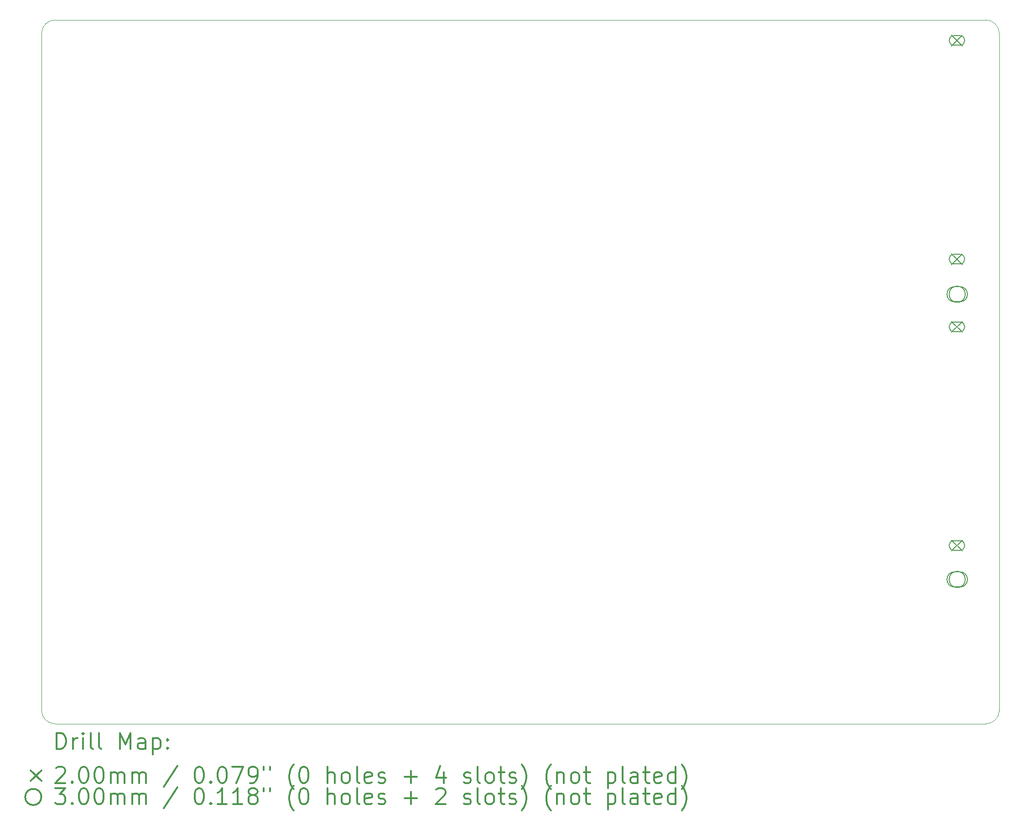
<source format=gbr>
%FSLAX45Y45*%
G04 Gerber Fmt 4.5, Leading zero omitted, Abs format (unit mm)*
G04 Created by KiCad (PCBNEW (5.1.2-1)-1) date 2022-12-12 22:43:06*
%MOMM*%
%LPD*%
G04 APERTURE LIST*
%ADD10C,0.050000*%
%ADD11C,0.200000*%
%ADD12C,0.300000*%
G04 APERTURE END LIST*
D10*
X19050000Y-14097000D02*
G75*
G02X18796000Y-14351000I-254000J0D01*
G01*
X18796000Y-1270000D02*
G75*
G02X19050000Y-1524000I0J-254000D01*
G01*
X1270000Y-1524000D02*
G75*
G02X1524000Y-1270000I254000J0D01*
G01*
X1524000Y-14351000D02*
G75*
G02X1270000Y-14097000I0J254000D01*
G01*
X18796000Y-1270000D02*
X1524000Y-1270000D01*
X19050000Y-14097000D02*
X19050000Y-1524000D01*
X1524000Y-14351000D02*
X18796000Y-14351000D01*
X1270000Y-1524000D02*
X1270000Y-14097000D01*
D11*
X18162600Y-1551000D02*
X18362600Y-1751000D01*
X18362600Y-1551000D02*
X18162600Y-1751000D01*
X18207600Y-1741000D02*
X18317600Y-1741000D01*
X18207600Y-1561000D02*
X18317600Y-1561000D01*
X18317600Y-1741000D02*
G75*
G03X18317600Y-1561000I0J90000D01*
G01*
X18207600Y-1561000D02*
G75*
G03X18207600Y-1741000I0J-90000D01*
G01*
X18162600Y-5615000D02*
X18362600Y-5815000D01*
X18362600Y-5615000D02*
X18162600Y-5815000D01*
X18207600Y-5805000D02*
X18317600Y-5805000D01*
X18207600Y-5625000D02*
X18317600Y-5625000D01*
X18317600Y-5805000D02*
G75*
G03X18317600Y-5625000I0J90000D01*
G01*
X18207600Y-5625000D02*
G75*
G03X18207600Y-5805000I0J-90000D01*
G01*
X18162600Y-6872300D02*
X18362600Y-7072300D01*
X18362600Y-6872300D02*
X18162600Y-7072300D01*
X18207600Y-7062300D02*
X18317600Y-7062300D01*
X18207600Y-6882300D02*
X18317600Y-6882300D01*
X18317600Y-7062300D02*
G75*
G03X18317600Y-6882300I0J90000D01*
G01*
X18207600Y-6882300D02*
G75*
G03X18207600Y-7062300I0J-90000D01*
G01*
X18162600Y-10936300D02*
X18362600Y-11136300D01*
X18362600Y-10936300D02*
X18162600Y-11136300D01*
X18207600Y-11126300D02*
X18317600Y-11126300D01*
X18207600Y-10946300D02*
X18317600Y-10946300D01*
X18317600Y-11126300D02*
G75*
G03X18317600Y-10946300I0J90000D01*
G01*
X18207600Y-10946300D02*
G75*
G03X18207600Y-11126300I0J-90000D01*
G01*
X18417934Y-6367018D02*
G75*
G03X18417934Y-6367018I-150000J0D01*
G01*
X18217934Y-6507018D02*
X18317934Y-6507018D01*
X18217934Y-6227018D02*
X18317934Y-6227018D01*
X18317934Y-6507018D02*
G75*
G03X18317934Y-6227018I0J140000D01*
G01*
X18217934Y-6227018D02*
G75*
G03X18217934Y-6507018I0J-140000D01*
G01*
X18417934Y-11666982D02*
G75*
G03X18417934Y-11666982I-150000J0D01*
G01*
X18217934Y-11806982D02*
X18317934Y-11806982D01*
X18217934Y-11526982D02*
X18317934Y-11526982D01*
X18317934Y-11806982D02*
G75*
G03X18317934Y-11526982I0J140000D01*
G01*
X18217934Y-11526982D02*
G75*
G03X18217934Y-11806982I0J-140000D01*
G01*
D12*
X1553928Y-14819214D02*
X1553928Y-14519214D01*
X1625357Y-14519214D01*
X1668214Y-14533500D01*
X1696786Y-14562071D01*
X1711071Y-14590643D01*
X1725357Y-14647786D01*
X1725357Y-14690643D01*
X1711071Y-14747786D01*
X1696786Y-14776357D01*
X1668214Y-14804929D01*
X1625357Y-14819214D01*
X1553928Y-14819214D01*
X1853928Y-14819214D02*
X1853928Y-14619214D01*
X1853928Y-14676357D02*
X1868214Y-14647786D01*
X1882500Y-14633500D01*
X1911071Y-14619214D01*
X1939643Y-14619214D01*
X2039643Y-14819214D02*
X2039643Y-14619214D01*
X2039643Y-14519214D02*
X2025357Y-14533500D01*
X2039643Y-14547786D01*
X2053928Y-14533500D01*
X2039643Y-14519214D01*
X2039643Y-14547786D01*
X2225357Y-14819214D02*
X2196786Y-14804929D01*
X2182500Y-14776357D01*
X2182500Y-14519214D01*
X2382500Y-14819214D02*
X2353928Y-14804929D01*
X2339643Y-14776357D01*
X2339643Y-14519214D01*
X2725357Y-14819214D02*
X2725357Y-14519214D01*
X2825357Y-14733500D01*
X2925357Y-14519214D01*
X2925357Y-14819214D01*
X3196786Y-14819214D02*
X3196786Y-14662071D01*
X3182500Y-14633500D01*
X3153928Y-14619214D01*
X3096786Y-14619214D01*
X3068214Y-14633500D01*
X3196786Y-14804929D02*
X3168214Y-14819214D01*
X3096786Y-14819214D01*
X3068214Y-14804929D01*
X3053928Y-14776357D01*
X3053928Y-14747786D01*
X3068214Y-14719214D01*
X3096786Y-14704929D01*
X3168214Y-14704929D01*
X3196786Y-14690643D01*
X3339643Y-14619214D02*
X3339643Y-14919214D01*
X3339643Y-14633500D02*
X3368214Y-14619214D01*
X3425357Y-14619214D01*
X3453928Y-14633500D01*
X3468214Y-14647786D01*
X3482500Y-14676357D01*
X3482500Y-14762071D01*
X3468214Y-14790643D01*
X3453928Y-14804929D01*
X3425357Y-14819214D01*
X3368214Y-14819214D01*
X3339643Y-14804929D01*
X3611071Y-14790643D02*
X3625357Y-14804929D01*
X3611071Y-14819214D01*
X3596786Y-14804929D01*
X3611071Y-14790643D01*
X3611071Y-14819214D01*
X3611071Y-14633500D02*
X3625357Y-14647786D01*
X3611071Y-14662071D01*
X3596786Y-14647786D01*
X3611071Y-14633500D01*
X3611071Y-14662071D01*
X1067500Y-15213500D02*
X1267500Y-15413500D01*
X1267500Y-15213500D02*
X1067500Y-15413500D01*
X1539643Y-15177786D02*
X1553928Y-15163500D01*
X1582500Y-15149214D01*
X1653928Y-15149214D01*
X1682500Y-15163500D01*
X1696786Y-15177786D01*
X1711071Y-15206357D01*
X1711071Y-15234929D01*
X1696786Y-15277786D01*
X1525357Y-15449214D01*
X1711071Y-15449214D01*
X1839643Y-15420643D02*
X1853928Y-15434929D01*
X1839643Y-15449214D01*
X1825357Y-15434929D01*
X1839643Y-15420643D01*
X1839643Y-15449214D01*
X2039643Y-15149214D02*
X2068214Y-15149214D01*
X2096786Y-15163500D01*
X2111071Y-15177786D01*
X2125357Y-15206357D01*
X2139643Y-15263500D01*
X2139643Y-15334929D01*
X2125357Y-15392071D01*
X2111071Y-15420643D01*
X2096786Y-15434929D01*
X2068214Y-15449214D01*
X2039643Y-15449214D01*
X2011071Y-15434929D01*
X1996786Y-15420643D01*
X1982500Y-15392071D01*
X1968214Y-15334929D01*
X1968214Y-15263500D01*
X1982500Y-15206357D01*
X1996786Y-15177786D01*
X2011071Y-15163500D01*
X2039643Y-15149214D01*
X2325357Y-15149214D02*
X2353928Y-15149214D01*
X2382500Y-15163500D01*
X2396786Y-15177786D01*
X2411071Y-15206357D01*
X2425357Y-15263500D01*
X2425357Y-15334929D01*
X2411071Y-15392071D01*
X2396786Y-15420643D01*
X2382500Y-15434929D01*
X2353928Y-15449214D01*
X2325357Y-15449214D01*
X2296786Y-15434929D01*
X2282500Y-15420643D01*
X2268214Y-15392071D01*
X2253928Y-15334929D01*
X2253928Y-15263500D01*
X2268214Y-15206357D01*
X2282500Y-15177786D01*
X2296786Y-15163500D01*
X2325357Y-15149214D01*
X2553928Y-15449214D02*
X2553928Y-15249214D01*
X2553928Y-15277786D02*
X2568214Y-15263500D01*
X2596786Y-15249214D01*
X2639643Y-15249214D01*
X2668214Y-15263500D01*
X2682500Y-15292071D01*
X2682500Y-15449214D01*
X2682500Y-15292071D02*
X2696786Y-15263500D01*
X2725357Y-15249214D01*
X2768214Y-15249214D01*
X2796786Y-15263500D01*
X2811071Y-15292071D01*
X2811071Y-15449214D01*
X2953928Y-15449214D02*
X2953928Y-15249214D01*
X2953928Y-15277786D02*
X2968214Y-15263500D01*
X2996786Y-15249214D01*
X3039643Y-15249214D01*
X3068214Y-15263500D01*
X3082500Y-15292071D01*
X3082500Y-15449214D01*
X3082500Y-15292071D02*
X3096786Y-15263500D01*
X3125357Y-15249214D01*
X3168214Y-15249214D01*
X3196786Y-15263500D01*
X3211071Y-15292071D01*
X3211071Y-15449214D01*
X3796786Y-15134929D02*
X3539643Y-15520643D01*
X4182500Y-15149214D02*
X4211071Y-15149214D01*
X4239643Y-15163500D01*
X4253928Y-15177786D01*
X4268214Y-15206357D01*
X4282500Y-15263500D01*
X4282500Y-15334929D01*
X4268214Y-15392071D01*
X4253928Y-15420643D01*
X4239643Y-15434929D01*
X4211071Y-15449214D01*
X4182500Y-15449214D01*
X4153928Y-15434929D01*
X4139643Y-15420643D01*
X4125357Y-15392071D01*
X4111071Y-15334929D01*
X4111071Y-15263500D01*
X4125357Y-15206357D01*
X4139643Y-15177786D01*
X4153928Y-15163500D01*
X4182500Y-15149214D01*
X4411071Y-15420643D02*
X4425357Y-15434929D01*
X4411071Y-15449214D01*
X4396786Y-15434929D01*
X4411071Y-15420643D01*
X4411071Y-15449214D01*
X4611071Y-15149214D02*
X4639643Y-15149214D01*
X4668214Y-15163500D01*
X4682500Y-15177786D01*
X4696786Y-15206357D01*
X4711071Y-15263500D01*
X4711071Y-15334929D01*
X4696786Y-15392071D01*
X4682500Y-15420643D01*
X4668214Y-15434929D01*
X4639643Y-15449214D01*
X4611071Y-15449214D01*
X4582500Y-15434929D01*
X4568214Y-15420643D01*
X4553928Y-15392071D01*
X4539643Y-15334929D01*
X4539643Y-15263500D01*
X4553928Y-15206357D01*
X4568214Y-15177786D01*
X4582500Y-15163500D01*
X4611071Y-15149214D01*
X4811071Y-15149214D02*
X5011071Y-15149214D01*
X4882500Y-15449214D01*
X5139643Y-15449214D02*
X5196786Y-15449214D01*
X5225357Y-15434929D01*
X5239643Y-15420643D01*
X5268214Y-15377786D01*
X5282500Y-15320643D01*
X5282500Y-15206357D01*
X5268214Y-15177786D01*
X5253928Y-15163500D01*
X5225357Y-15149214D01*
X5168214Y-15149214D01*
X5139643Y-15163500D01*
X5125357Y-15177786D01*
X5111071Y-15206357D01*
X5111071Y-15277786D01*
X5125357Y-15306357D01*
X5139643Y-15320643D01*
X5168214Y-15334929D01*
X5225357Y-15334929D01*
X5253928Y-15320643D01*
X5268214Y-15306357D01*
X5282500Y-15277786D01*
X5396786Y-15149214D02*
X5396786Y-15206357D01*
X5511071Y-15149214D02*
X5511071Y-15206357D01*
X5953928Y-15563500D02*
X5939643Y-15549214D01*
X5911071Y-15506357D01*
X5896786Y-15477786D01*
X5882500Y-15434929D01*
X5868214Y-15363500D01*
X5868214Y-15306357D01*
X5882500Y-15234929D01*
X5896786Y-15192071D01*
X5911071Y-15163500D01*
X5939643Y-15120643D01*
X5953928Y-15106357D01*
X6125357Y-15149214D02*
X6153928Y-15149214D01*
X6182500Y-15163500D01*
X6196786Y-15177786D01*
X6211071Y-15206357D01*
X6225357Y-15263500D01*
X6225357Y-15334929D01*
X6211071Y-15392071D01*
X6196786Y-15420643D01*
X6182500Y-15434929D01*
X6153928Y-15449214D01*
X6125357Y-15449214D01*
X6096786Y-15434929D01*
X6082500Y-15420643D01*
X6068214Y-15392071D01*
X6053928Y-15334929D01*
X6053928Y-15263500D01*
X6068214Y-15206357D01*
X6082500Y-15177786D01*
X6096786Y-15163500D01*
X6125357Y-15149214D01*
X6582500Y-15449214D02*
X6582500Y-15149214D01*
X6711071Y-15449214D02*
X6711071Y-15292071D01*
X6696786Y-15263500D01*
X6668214Y-15249214D01*
X6625357Y-15249214D01*
X6596786Y-15263500D01*
X6582500Y-15277786D01*
X6896786Y-15449214D02*
X6868214Y-15434929D01*
X6853928Y-15420643D01*
X6839643Y-15392071D01*
X6839643Y-15306357D01*
X6853928Y-15277786D01*
X6868214Y-15263500D01*
X6896786Y-15249214D01*
X6939643Y-15249214D01*
X6968214Y-15263500D01*
X6982500Y-15277786D01*
X6996786Y-15306357D01*
X6996786Y-15392071D01*
X6982500Y-15420643D01*
X6968214Y-15434929D01*
X6939643Y-15449214D01*
X6896786Y-15449214D01*
X7168214Y-15449214D02*
X7139643Y-15434929D01*
X7125357Y-15406357D01*
X7125357Y-15149214D01*
X7396786Y-15434929D02*
X7368214Y-15449214D01*
X7311071Y-15449214D01*
X7282500Y-15434929D01*
X7268214Y-15406357D01*
X7268214Y-15292071D01*
X7282500Y-15263500D01*
X7311071Y-15249214D01*
X7368214Y-15249214D01*
X7396786Y-15263500D01*
X7411071Y-15292071D01*
X7411071Y-15320643D01*
X7268214Y-15349214D01*
X7525357Y-15434929D02*
X7553928Y-15449214D01*
X7611071Y-15449214D01*
X7639643Y-15434929D01*
X7653928Y-15406357D01*
X7653928Y-15392071D01*
X7639643Y-15363500D01*
X7611071Y-15349214D01*
X7568214Y-15349214D01*
X7539643Y-15334929D01*
X7525357Y-15306357D01*
X7525357Y-15292071D01*
X7539643Y-15263500D01*
X7568214Y-15249214D01*
X7611071Y-15249214D01*
X7639643Y-15263500D01*
X8011071Y-15334929D02*
X8239643Y-15334929D01*
X8125357Y-15449214D02*
X8125357Y-15220643D01*
X8739643Y-15249214D02*
X8739643Y-15449214D01*
X8668214Y-15134929D02*
X8596786Y-15349214D01*
X8782500Y-15349214D01*
X9111071Y-15434929D02*
X9139643Y-15449214D01*
X9196786Y-15449214D01*
X9225357Y-15434929D01*
X9239643Y-15406357D01*
X9239643Y-15392071D01*
X9225357Y-15363500D01*
X9196786Y-15349214D01*
X9153928Y-15349214D01*
X9125357Y-15334929D01*
X9111071Y-15306357D01*
X9111071Y-15292071D01*
X9125357Y-15263500D01*
X9153928Y-15249214D01*
X9196786Y-15249214D01*
X9225357Y-15263500D01*
X9411071Y-15449214D02*
X9382500Y-15434929D01*
X9368214Y-15406357D01*
X9368214Y-15149214D01*
X9568214Y-15449214D02*
X9539643Y-15434929D01*
X9525357Y-15420643D01*
X9511071Y-15392071D01*
X9511071Y-15306357D01*
X9525357Y-15277786D01*
X9539643Y-15263500D01*
X9568214Y-15249214D01*
X9611071Y-15249214D01*
X9639643Y-15263500D01*
X9653928Y-15277786D01*
X9668214Y-15306357D01*
X9668214Y-15392071D01*
X9653928Y-15420643D01*
X9639643Y-15434929D01*
X9611071Y-15449214D01*
X9568214Y-15449214D01*
X9753928Y-15249214D02*
X9868214Y-15249214D01*
X9796786Y-15149214D02*
X9796786Y-15406357D01*
X9811071Y-15434929D01*
X9839643Y-15449214D01*
X9868214Y-15449214D01*
X9953928Y-15434929D02*
X9982500Y-15449214D01*
X10039643Y-15449214D01*
X10068214Y-15434929D01*
X10082500Y-15406357D01*
X10082500Y-15392071D01*
X10068214Y-15363500D01*
X10039643Y-15349214D01*
X9996786Y-15349214D01*
X9968214Y-15334929D01*
X9953928Y-15306357D01*
X9953928Y-15292071D01*
X9968214Y-15263500D01*
X9996786Y-15249214D01*
X10039643Y-15249214D01*
X10068214Y-15263500D01*
X10182500Y-15563500D02*
X10196786Y-15549214D01*
X10225357Y-15506357D01*
X10239643Y-15477786D01*
X10253928Y-15434929D01*
X10268214Y-15363500D01*
X10268214Y-15306357D01*
X10253928Y-15234929D01*
X10239643Y-15192071D01*
X10225357Y-15163500D01*
X10196786Y-15120643D01*
X10182500Y-15106357D01*
X10725357Y-15563500D02*
X10711071Y-15549214D01*
X10682500Y-15506357D01*
X10668214Y-15477786D01*
X10653928Y-15434929D01*
X10639643Y-15363500D01*
X10639643Y-15306357D01*
X10653928Y-15234929D01*
X10668214Y-15192071D01*
X10682500Y-15163500D01*
X10711071Y-15120643D01*
X10725357Y-15106357D01*
X10839643Y-15249214D02*
X10839643Y-15449214D01*
X10839643Y-15277786D02*
X10853928Y-15263500D01*
X10882500Y-15249214D01*
X10925357Y-15249214D01*
X10953928Y-15263500D01*
X10968214Y-15292071D01*
X10968214Y-15449214D01*
X11153928Y-15449214D02*
X11125357Y-15434929D01*
X11111071Y-15420643D01*
X11096786Y-15392071D01*
X11096786Y-15306357D01*
X11111071Y-15277786D01*
X11125357Y-15263500D01*
X11153928Y-15249214D01*
X11196786Y-15249214D01*
X11225357Y-15263500D01*
X11239643Y-15277786D01*
X11253928Y-15306357D01*
X11253928Y-15392071D01*
X11239643Y-15420643D01*
X11225357Y-15434929D01*
X11196786Y-15449214D01*
X11153928Y-15449214D01*
X11339643Y-15249214D02*
X11453928Y-15249214D01*
X11382500Y-15149214D02*
X11382500Y-15406357D01*
X11396786Y-15434929D01*
X11425357Y-15449214D01*
X11453928Y-15449214D01*
X11782500Y-15249214D02*
X11782500Y-15549214D01*
X11782500Y-15263500D02*
X11811071Y-15249214D01*
X11868214Y-15249214D01*
X11896786Y-15263500D01*
X11911071Y-15277786D01*
X11925357Y-15306357D01*
X11925357Y-15392071D01*
X11911071Y-15420643D01*
X11896786Y-15434929D01*
X11868214Y-15449214D01*
X11811071Y-15449214D01*
X11782500Y-15434929D01*
X12096786Y-15449214D02*
X12068214Y-15434929D01*
X12053928Y-15406357D01*
X12053928Y-15149214D01*
X12339643Y-15449214D02*
X12339643Y-15292071D01*
X12325357Y-15263500D01*
X12296786Y-15249214D01*
X12239643Y-15249214D01*
X12211071Y-15263500D01*
X12339643Y-15434929D02*
X12311071Y-15449214D01*
X12239643Y-15449214D01*
X12211071Y-15434929D01*
X12196786Y-15406357D01*
X12196786Y-15377786D01*
X12211071Y-15349214D01*
X12239643Y-15334929D01*
X12311071Y-15334929D01*
X12339643Y-15320643D01*
X12439643Y-15249214D02*
X12553928Y-15249214D01*
X12482500Y-15149214D02*
X12482500Y-15406357D01*
X12496786Y-15434929D01*
X12525357Y-15449214D01*
X12553928Y-15449214D01*
X12768214Y-15434929D02*
X12739643Y-15449214D01*
X12682500Y-15449214D01*
X12653928Y-15434929D01*
X12639643Y-15406357D01*
X12639643Y-15292071D01*
X12653928Y-15263500D01*
X12682500Y-15249214D01*
X12739643Y-15249214D01*
X12768214Y-15263500D01*
X12782500Y-15292071D01*
X12782500Y-15320643D01*
X12639643Y-15349214D01*
X13039643Y-15449214D02*
X13039643Y-15149214D01*
X13039643Y-15434929D02*
X13011071Y-15449214D01*
X12953928Y-15449214D01*
X12925357Y-15434929D01*
X12911071Y-15420643D01*
X12896786Y-15392071D01*
X12896786Y-15306357D01*
X12911071Y-15277786D01*
X12925357Y-15263500D01*
X12953928Y-15249214D01*
X13011071Y-15249214D01*
X13039643Y-15263500D01*
X13153928Y-15563500D02*
X13168214Y-15549214D01*
X13196786Y-15506357D01*
X13211071Y-15477786D01*
X13225357Y-15434929D01*
X13239643Y-15363500D01*
X13239643Y-15306357D01*
X13225357Y-15234929D01*
X13211071Y-15192071D01*
X13196786Y-15163500D01*
X13168214Y-15120643D01*
X13153928Y-15106357D01*
X1267500Y-15709500D02*
G75*
G03X1267500Y-15709500I-150000J0D01*
G01*
X1525357Y-15545214D02*
X1711071Y-15545214D01*
X1611071Y-15659500D01*
X1653928Y-15659500D01*
X1682500Y-15673786D01*
X1696786Y-15688071D01*
X1711071Y-15716643D01*
X1711071Y-15788071D01*
X1696786Y-15816643D01*
X1682500Y-15830929D01*
X1653928Y-15845214D01*
X1568214Y-15845214D01*
X1539643Y-15830929D01*
X1525357Y-15816643D01*
X1839643Y-15816643D02*
X1853928Y-15830929D01*
X1839643Y-15845214D01*
X1825357Y-15830929D01*
X1839643Y-15816643D01*
X1839643Y-15845214D01*
X2039643Y-15545214D02*
X2068214Y-15545214D01*
X2096786Y-15559500D01*
X2111071Y-15573786D01*
X2125357Y-15602357D01*
X2139643Y-15659500D01*
X2139643Y-15730929D01*
X2125357Y-15788071D01*
X2111071Y-15816643D01*
X2096786Y-15830929D01*
X2068214Y-15845214D01*
X2039643Y-15845214D01*
X2011071Y-15830929D01*
X1996786Y-15816643D01*
X1982500Y-15788071D01*
X1968214Y-15730929D01*
X1968214Y-15659500D01*
X1982500Y-15602357D01*
X1996786Y-15573786D01*
X2011071Y-15559500D01*
X2039643Y-15545214D01*
X2325357Y-15545214D02*
X2353928Y-15545214D01*
X2382500Y-15559500D01*
X2396786Y-15573786D01*
X2411071Y-15602357D01*
X2425357Y-15659500D01*
X2425357Y-15730929D01*
X2411071Y-15788071D01*
X2396786Y-15816643D01*
X2382500Y-15830929D01*
X2353928Y-15845214D01*
X2325357Y-15845214D01*
X2296786Y-15830929D01*
X2282500Y-15816643D01*
X2268214Y-15788071D01*
X2253928Y-15730929D01*
X2253928Y-15659500D01*
X2268214Y-15602357D01*
X2282500Y-15573786D01*
X2296786Y-15559500D01*
X2325357Y-15545214D01*
X2553928Y-15845214D02*
X2553928Y-15645214D01*
X2553928Y-15673786D02*
X2568214Y-15659500D01*
X2596786Y-15645214D01*
X2639643Y-15645214D01*
X2668214Y-15659500D01*
X2682500Y-15688071D01*
X2682500Y-15845214D01*
X2682500Y-15688071D02*
X2696786Y-15659500D01*
X2725357Y-15645214D01*
X2768214Y-15645214D01*
X2796786Y-15659500D01*
X2811071Y-15688071D01*
X2811071Y-15845214D01*
X2953928Y-15845214D02*
X2953928Y-15645214D01*
X2953928Y-15673786D02*
X2968214Y-15659500D01*
X2996786Y-15645214D01*
X3039643Y-15645214D01*
X3068214Y-15659500D01*
X3082500Y-15688071D01*
X3082500Y-15845214D01*
X3082500Y-15688071D02*
X3096786Y-15659500D01*
X3125357Y-15645214D01*
X3168214Y-15645214D01*
X3196786Y-15659500D01*
X3211071Y-15688071D01*
X3211071Y-15845214D01*
X3796786Y-15530929D02*
X3539643Y-15916643D01*
X4182500Y-15545214D02*
X4211071Y-15545214D01*
X4239643Y-15559500D01*
X4253928Y-15573786D01*
X4268214Y-15602357D01*
X4282500Y-15659500D01*
X4282500Y-15730929D01*
X4268214Y-15788071D01*
X4253928Y-15816643D01*
X4239643Y-15830929D01*
X4211071Y-15845214D01*
X4182500Y-15845214D01*
X4153928Y-15830929D01*
X4139643Y-15816643D01*
X4125357Y-15788071D01*
X4111071Y-15730929D01*
X4111071Y-15659500D01*
X4125357Y-15602357D01*
X4139643Y-15573786D01*
X4153928Y-15559500D01*
X4182500Y-15545214D01*
X4411071Y-15816643D02*
X4425357Y-15830929D01*
X4411071Y-15845214D01*
X4396786Y-15830929D01*
X4411071Y-15816643D01*
X4411071Y-15845214D01*
X4711071Y-15845214D02*
X4539643Y-15845214D01*
X4625357Y-15845214D02*
X4625357Y-15545214D01*
X4596786Y-15588071D01*
X4568214Y-15616643D01*
X4539643Y-15630929D01*
X4996786Y-15845214D02*
X4825357Y-15845214D01*
X4911071Y-15845214D02*
X4911071Y-15545214D01*
X4882500Y-15588071D01*
X4853928Y-15616643D01*
X4825357Y-15630929D01*
X5168214Y-15673786D02*
X5139643Y-15659500D01*
X5125357Y-15645214D01*
X5111071Y-15616643D01*
X5111071Y-15602357D01*
X5125357Y-15573786D01*
X5139643Y-15559500D01*
X5168214Y-15545214D01*
X5225357Y-15545214D01*
X5253928Y-15559500D01*
X5268214Y-15573786D01*
X5282500Y-15602357D01*
X5282500Y-15616643D01*
X5268214Y-15645214D01*
X5253928Y-15659500D01*
X5225357Y-15673786D01*
X5168214Y-15673786D01*
X5139643Y-15688071D01*
X5125357Y-15702357D01*
X5111071Y-15730929D01*
X5111071Y-15788071D01*
X5125357Y-15816643D01*
X5139643Y-15830929D01*
X5168214Y-15845214D01*
X5225357Y-15845214D01*
X5253928Y-15830929D01*
X5268214Y-15816643D01*
X5282500Y-15788071D01*
X5282500Y-15730929D01*
X5268214Y-15702357D01*
X5253928Y-15688071D01*
X5225357Y-15673786D01*
X5396786Y-15545214D02*
X5396786Y-15602357D01*
X5511071Y-15545214D02*
X5511071Y-15602357D01*
X5953928Y-15959500D02*
X5939643Y-15945214D01*
X5911071Y-15902357D01*
X5896786Y-15873786D01*
X5882500Y-15830929D01*
X5868214Y-15759500D01*
X5868214Y-15702357D01*
X5882500Y-15630929D01*
X5896786Y-15588071D01*
X5911071Y-15559500D01*
X5939643Y-15516643D01*
X5953928Y-15502357D01*
X6125357Y-15545214D02*
X6153928Y-15545214D01*
X6182500Y-15559500D01*
X6196786Y-15573786D01*
X6211071Y-15602357D01*
X6225357Y-15659500D01*
X6225357Y-15730929D01*
X6211071Y-15788071D01*
X6196786Y-15816643D01*
X6182500Y-15830929D01*
X6153928Y-15845214D01*
X6125357Y-15845214D01*
X6096786Y-15830929D01*
X6082500Y-15816643D01*
X6068214Y-15788071D01*
X6053928Y-15730929D01*
X6053928Y-15659500D01*
X6068214Y-15602357D01*
X6082500Y-15573786D01*
X6096786Y-15559500D01*
X6125357Y-15545214D01*
X6582500Y-15845214D02*
X6582500Y-15545214D01*
X6711071Y-15845214D02*
X6711071Y-15688071D01*
X6696786Y-15659500D01*
X6668214Y-15645214D01*
X6625357Y-15645214D01*
X6596786Y-15659500D01*
X6582500Y-15673786D01*
X6896786Y-15845214D02*
X6868214Y-15830929D01*
X6853928Y-15816643D01*
X6839643Y-15788071D01*
X6839643Y-15702357D01*
X6853928Y-15673786D01*
X6868214Y-15659500D01*
X6896786Y-15645214D01*
X6939643Y-15645214D01*
X6968214Y-15659500D01*
X6982500Y-15673786D01*
X6996786Y-15702357D01*
X6996786Y-15788071D01*
X6982500Y-15816643D01*
X6968214Y-15830929D01*
X6939643Y-15845214D01*
X6896786Y-15845214D01*
X7168214Y-15845214D02*
X7139643Y-15830929D01*
X7125357Y-15802357D01*
X7125357Y-15545214D01*
X7396786Y-15830929D02*
X7368214Y-15845214D01*
X7311071Y-15845214D01*
X7282500Y-15830929D01*
X7268214Y-15802357D01*
X7268214Y-15688071D01*
X7282500Y-15659500D01*
X7311071Y-15645214D01*
X7368214Y-15645214D01*
X7396786Y-15659500D01*
X7411071Y-15688071D01*
X7411071Y-15716643D01*
X7268214Y-15745214D01*
X7525357Y-15830929D02*
X7553928Y-15845214D01*
X7611071Y-15845214D01*
X7639643Y-15830929D01*
X7653928Y-15802357D01*
X7653928Y-15788071D01*
X7639643Y-15759500D01*
X7611071Y-15745214D01*
X7568214Y-15745214D01*
X7539643Y-15730929D01*
X7525357Y-15702357D01*
X7525357Y-15688071D01*
X7539643Y-15659500D01*
X7568214Y-15645214D01*
X7611071Y-15645214D01*
X7639643Y-15659500D01*
X8011071Y-15730929D02*
X8239643Y-15730929D01*
X8125357Y-15845214D02*
X8125357Y-15616643D01*
X8596786Y-15573786D02*
X8611071Y-15559500D01*
X8639643Y-15545214D01*
X8711071Y-15545214D01*
X8739643Y-15559500D01*
X8753928Y-15573786D01*
X8768214Y-15602357D01*
X8768214Y-15630929D01*
X8753928Y-15673786D01*
X8582500Y-15845214D01*
X8768214Y-15845214D01*
X9111071Y-15830929D02*
X9139643Y-15845214D01*
X9196786Y-15845214D01*
X9225357Y-15830929D01*
X9239643Y-15802357D01*
X9239643Y-15788071D01*
X9225357Y-15759500D01*
X9196786Y-15745214D01*
X9153928Y-15745214D01*
X9125357Y-15730929D01*
X9111071Y-15702357D01*
X9111071Y-15688071D01*
X9125357Y-15659500D01*
X9153928Y-15645214D01*
X9196786Y-15645214D01*
X9225357Y-15659500D01*
X9411071Y-15845214D02*
X9382500Y-15830929D01*
X9368214Y-15802357D01*
X9368214Y-15545214D01*
X9568214Y-15845214D02*
X9539643Y-15830929D01*
X9525357Y-15816643D01*
X9511071Y-15788071D01*
X9511071Y-15702357D01*
X9525357Y-15673786D01*
X9539643Y-15659500D01*
X9568214Y-15645214D01*
X9611071Y-15645214D01*
X9639643Y-15659500D01*
X9653928Y-15673786D01*
X9668214Y-15702357D01*
X9668214Y-15788071D01*
X9653928Y-15816643D01*
X9639643Y-15830929D01*
X9611071Y-15845214D01*
X9568214Y-15845214D01*
X9753928Y-15645214D02*
X9868214Y-15645214D01*
X9796786Y-15545214D02*
X9796786Y-15802357D01*
X9811071Y-15830929D01*
X9839643Y-15845214D01*
X9868214Y-15845214D01*
X9953928Y-15830929D02*
X9982500Y-15845214D01*
X10039643Y-15845214D01*
X10068214Y-15830929D01*
X10082500Y-15802357D01*
X10082500Y-15788071D01*
X10068214Y-15759500D01*
X10039643Y-15745214D01*
X9996786Y-15745214D01*
X9968214Y-15730929D01*
X9953928Y-15702357D01*
X9953928Y-15688071D01*
X9968214Y-15659500D01*
X9996786Y-15645214D01*
X10039643Y-15645214D01*
X10068214Y-15659500D01*
X10182500Y-15959500D02*
X10196786Y-15945214D01*
X10225357Y-15902357D01*
X10239643Y-15873786D01*
X10253928Y-15830929D01*
X10268214Y-15759500D01*
X10268214Y-15702357D01*
X10253928Y-15630929D01*
X10239643Y-15588071D01*
X10225357Y-15559500D01*
X10196786Y-15516643D01*
X10182500Y-15502357D01*
X10725357Y-15959500D02*
X10711071Y-15945214D01*
X10682500Y-15902357D01*
X10668214Y-15873786D01*
X10653928Y-15830929D01*
X10639643Y-15759500D01*
X10639643Y-15702357D01*
X10653928Y-15630929D01*
X10668214Y-15588071D01*
X10682500Y-15559500D01*
X10711071Y-15516643D01*
X10725357Y-15502357D01*
X10839643Y-15645214D02*
X10839643Y-15845214D01*
X10839643Y-15673786D02*
X10853928Y-15659500D01*
X10882500Y-15645214D01*
X10925357Y-15645214D01*
X10953928Y-15659500D01*
X10968214Y-15688071D01*
X10968214Y-15845214D01*
X11153928Y-15845214D02*
X11125357Y-15830929D01*
X11111071Y-15816643D01*
X11096786Y-15788071D01*
X11096786Y-15702357D01*
X11111071Y-15673786D01*
X11125357Y-15659500D01*
X11153928Y-15645214D01*
X11196786Y-15645214D01*
X11225357Y-15659500D01*
X11239643Y-15673786D01*
X11253928Y-15702357D01*
X11253928Y-15788071D01*
X11239643Y-15816643D01*
X11225357Y-15830929D01*
X11196786Y-15845214D01*
X11153928Y-15845214D01*
X11339643Y-15645214D02*
X11453928Y-15645214D01*
X11382500Y-15545214D02*
X11382500Y-15802357D01*
X11396786Y-15830929D01*
X11425357Y-15845214D01*
X11453928Y-15845214D01*
X11782500Y-15645214D02*
X11782500Y-15945214D01*
X11782500Y-15659500D02*
X11811071Y-15645214D01*
X11868214Y-15645214D01*
X11896786Y-15659500D01*
X11911071Y-15673786D01*
X11925357Y-15702357D01*
X11925357Y-15788071D01*
X11911071Y-15816643D01*
X11896786Y-15830929D01*
X11868214Y-15845214D01*
X11811071Y-15845214D01*
X11782500Y-15830929D01*
X12096786Y-15845214D02*
X12068214Y-15830929D01*
X12053928Y-15802357D01*
X12053928Y-15545214D01*
X12339643Y-15845214D02*
X12339643Y-15688071D01*
X12325357Y-15659500D01*
X12296786Y-15645214D01*
X12239643Y-15645214D01*
X12211071Y-15659500D01*
X12339643Y-15830929D02*
X12311071Y-15845214D01*
X12239643Y-15845214D01*
X12211071Y-15830929D01*
X12196786Y-15802357D01*
X12196786Y-15773786D01*
X12211071Y-15745214D01*
X12239643Y-15730929D01*
X12311071Y-15730929D01*
X12339643Y-15716643D01*
X12439643Y-15645214D02*
X12553928Y-15645214D01*
X12482500Y-15545214D02*
X12482500Y-15802357D01*
X12496786Y-15830929D01*
X12525357Y-15845214D01*
X12553928Y-15845214D01*
X12768214Y-15830929D02*
X12739643Y-15845214D01*
X12682500Y-15845214D01*
X12653928Y-15830929D01*
X12639643Y-15802357D01*
X12639643Y-15688071D01*
X12653928Y-15659500D01*
X12682500Y-15645214D01*
X12739643Y-15645214D01*
X12768214Y-15659500D01*
X12782500Y-15688071D01*
X12782500Y-15716643D01*
X12639643Y-15745214D01*
X13039643Y-15845214D02*
X13039643Y-15545214D01*
X13039643Y-15830929D02*
X13011071Y-15845214D01*
X12953928Y-15845214D01*
X12925357Y-15830929D01*
X12911071Y-15816643D01*
X12896786Y-15788071D01*
X12896786Y-15702357D01*
X12911071Y-15673786D01*
X12925357Y-15659500D01*
X12953928Y-15645214D01*
X13011071Y-15645214D01*
X13039643Y-15659500D01*
X13153928Y-15959500D02*
X13168214Y-15945214D01*
X13196786Y-15902357D01*
X13211071Y-15873786D01*
X13225357Y-15830929D01*
X13239643Y-15759500D01*
X13239643Y-15702357D01*
X13225357Y-15630929D01*
X13211071Y-15588071D01*
X13196786Y-15559500D01*
X13168214Y-15516643D01*
X13153928Y-15502357D01*
M02*

</source>
